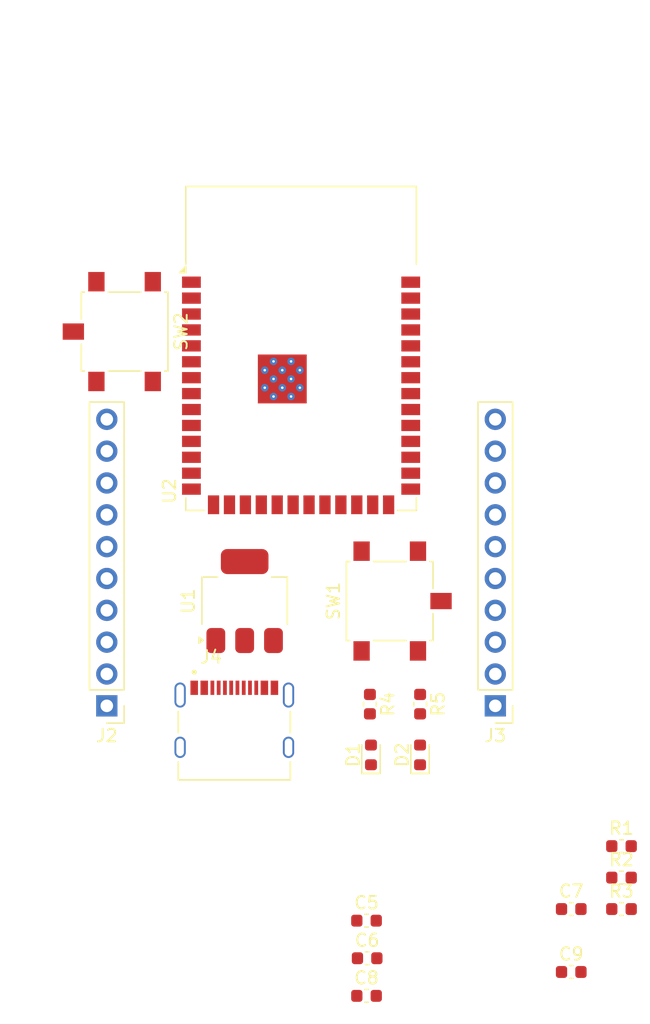
<source format=kicad_pcb>
(kicad_pcb (version 20241229) (generator "pcbnew") (generator_version "9.0")
  (layers (0 "F.Cu" signal) (2 "B.Cu" signal) (13 "F.Paste" user) (15 "B.Paste" user) (5 "F.SilkS" user "F.Silkscreen") (7 "B.SilkS" user "B.Silkscreen") (1 "F.Mask" user) (3 "B.Mask" user) (25 "Edge.Cuts" user))
  (net 0 "")
  (net 1 "+3V3")
  (net 2 "GND")
  (net 3 "EN")
  (net 4 "+5V")
  (net 5 "Net-(D1-A)")
  (net 6 "Net-(D2-A)")
  (net 7 "LT")
  (net 8 "A")
  (net 9 "Y")
  (net 10 "B")
  (net 11 "Start")
  (net 12 "CY")
  (net 13 "RT")
  (net 14 "X")
  (net 15 "DR")
  (net 16 "CX")
  (net 17 "DD")
  (net 18 "Z1")
  (net 19 "SY")
  (net 20 "DL")
  (net 21 "DU")
  (net 22 "Select")
  (net 23 "SX")
  (net 24 "D+")
  (net 25 "D-")
  (net 27 "Net-(J4-CC2)")
  (net 28 "Net-(J4-CC1)")
  (net 30 "GPIO_0")
  (footprint "Button_Switch_SMD:SW_SPST_B3S-1100" (layer "F.Cu") (at 131 76.5 90)
    (property "Reference" "SW1" (at 0 -5.42 90) (layer "F.SilkS"))
    (property "Value" "SW_Push")
    (fp_line (start 3.15 -4.38) (end 3.15 -4.12) (stroke (width 0.12)) (layer "F.SilkS"))
    (fp_line (start -3.15 -4.38) (end 3.15 -4.38) (stroke (width 0.12)) (layer "F.SilkS"))
    (fp_line (start -3.15 -4.12) (end -3.15 -4.38) (stroke (width 0.12)) (layer "F.SilkS"))
    (fp_line (start 3.15 -2.22) (end 3.15 0.38) (stroke (width 0.12)) (layer "F.SilkS"))
    (fp_line (start -3.15 0.38) (end -3.15 -2.22) (stroke (width 0.12)) (layer "F.SilkS"))
    (fp_line (start 3.15 2.28) (end 3.15 2.53) (stroke (width 0.12)) (layer "F.SilkS"))
    (fp_line (start 3.15 2.53) (end 1 2.53) (stroke (width 0.12)) (layer "F.SilkS"))
    (fp_line (start -3.15 2.53) (end -3.15 2.28) (stroke (width 0.12)) (layer "F.SilkS"))
    (fp_line (start -3.15 2.53) (end -1 2.53) (stroke (width 0.12)) (layer "F.SilkS"))
    (pad "1" smd rect (at -3.98 -3.17 90) (size 1.55 1.3) (layers "F.Cu" "F.Mask" "F.Paste") (net 2 "GND"))
    (pad "1" smd rect (at 3.98 -3.17 90) (size 1.55 1.3) (layers "F.Cu" "F.Mask" "F.Paste") (net 2 "GND"))
    (pad "2" smd rect (at -3.98 1.33 90) (size 1.55 1.3) (layers "F.Cu" "F.Mask" "F.Paste") (net 30 "GPIO_0"))
    (pad "2" smd rect (at 3.98 1.33 90) (size 1.55 1.3) (layers "F.Cu" "F.Mask" "F.Paste") (net 30 "GPIO_0"))
    (pad "3" smd rect (at 0 3.17 90) (size 1.3 1.7) (layers "F.Cu" "F.Mask" "F.Paste"))
  )
  (footprint "Capacitor_SMD:C_0603_1608Metric" (layer "F.Cu") (at 148.57 96.055)
    (property "Reference" "R1" (at 0 -1.43 0) (layer "F.SilkS"))
    (property "Value" "5.1kΩ")
    (fp_line (start -0.14058 -0.51) (end 0.14058 -0.51) (stroke (width 0.12)) (layer "F.SilkS"))
    (fp_line (start -0.14058 0.51) (end 0.14058 0.51) (stroke (width 0.12)) (layer "F.SilkS"))
    (pad "1" smd roundrect (at -0.775 0) (size 0.9 0.95) (layers "F.Cu" "F.Mask" "F.Paste") (net 1 "+3V3"))
    (pad "2" smd roundrect (at 0.775 0) (size 0.9 0.95) (layers "F.Cu" "F.Mask" "F.Paste") (net 3 "EN"))
  )
  (footprint "Package_TO_SOT_SMD:SOT-223-3_TabPin2" (layer "F.Cu") (at 118.5 76.5 90)
    (property "Reference" "U1" (at 0 -4.5 90) (layer "F.SilkS"))
    (property "Value" "LD1117S33TR_SOT223")
    (fp_line (start 1.91 -3.41) (end 1.91 -2.15) (stroke (width 0.12)) (layer "F.SilkS"))
    (fp_line (start -1.85 -3.41) (end 1.91 -3.41) (stroke (width 0.12)) (layer "F.SilkS"))
    (fp_line (start 1.91 3.41) (end 1.91 2.15) (stroke (width 0.12)) (layer "F.SilkS"))
    (fp_line (start -1.85 3.41) (end 1.91 3.41) (stroke (width 0.12)) (layer "F.SilkS"))
    (fp_poly (pts (xy -3.13 -3.31) (xy -3.37 -3.64) (xy -2.89 -3.64) (xy -3.13 -3.31)) (stroke (width 0.12)) (fill yes) (layer "F.SilkS"))
    (pad "1" smd roundrect (at -3.15 -2.3 90) (size 2 1.5) (layers "F.Cu" "F.Mask" "F.Paste") (net 2 "GND"))
    (pad "2" smd roundrect (at -3.15 0 90) (size 2 1.5) (layers "F.Cu" "F.Mask" "F.Paste") (net 1 "+3V3"))
    (pad "2" smd roundrect (at 3.15 0 90) (size 2 3.8) (layers "F.Cu" "F.Mask" "F.Paste") (net 1 "+3V3"))
    (pad "3" smd roundrect (at -3.15 2.3 90) (size 2 1.5) (layers "F.Cu" "F.Mask" "F.Paste") (net 4 "+5V"))
  )
  (footprint "Button_Switch_SMD:SW_SPST_B3S-1100" (layer "F.Cu") (at 108 55 -90)
    (property "Reference" "SW2" (at 0 -5.42 90) (layer "F.SilkS"))
    (property "Value" "SW_Push")
    (fp_line (start -3.15 2.53) (end -1 2.53) (stroke (width 0.12)) (layer "F.SilkS"))
    (fp_line (start -3.15 2.53) (end -3.15 2.28) (stroke (width 0.12)) (layer "F.SilkS"))
    (fp_line (start 3.15 2.53) (end 1 2.53) (stroke (width 0.12)) (layer "F.SilkS"))
    (fp_line (start 3.15 2.28) (end 3.15 2.53) (stroke (width 0.12)) (layer "F.SilkS"))
    (fp_line (start -3.15 0.38) (end -3.15 -2.22) (stroke (width 0.12)) (layer "F.SilkS"))
    (fp_line (start 3.15 -2.22) (end 3.15 0.38) (stroke (width 0.12)) (layer "F.SilkS"))
    (fp_line (start -3.15 -4.12) (end -3.15 -4.38) (stroke (width 0.12)) (layer "F.SilkS"))
    (fp_line (start -3.15 -4.38) (end 3.15 -4.38) (stroke (width 0.12)) (layer "F.SilkS"))
    (fp_line (start 3.15 -4.38) (end 3.15 -4.12) (stroke (width 0.12)) (layer "F.SilkS"))
    (pad "1" smd rect (at -3.98 -3.17 270) (size 1.55 1.3) (layers "F.Cu" "F.Mask" "F.Paste") (net 3 "EN"))
    (pad "1" smd rect (at 3.98 -3.17 270) (size 1.55 1.3) (layers "F.Cu" "F.Mask" "F.Paste") (net 3 "EN"))
    (pad "2" smd rect (at -3.98 1.33 270) (size 1.55 1.3) (layers "F.Cu" "F.Mask" "F.Paste") (net 2 "GND"))
    (pad "2" smd rect (at 3.98 1.33 270) (size 1.55 1.3) (layers "F.Cu" "F.Mask" "F.Paste") (net 2 "GND"))
    (pad "3" smd rect (at 0 3.17 270) (size 1.3 1.7) (layers "F.Cu" "F.Mask" "F.Paste"))
  )
  (footprint "LED_SMD:LED_0603_1608Metric" (layer "F.Cu") (at 132.495 88.775 90)
    (property "Reference" "D2" (at 0 -1.43 90) (layer "F.SilkS"))
    (property "Value" "LED")
    (fp_line (start 0.8 -0.735) (end -1.485 -0.735) (stroke (width 0.12)) (layer "F.SilkS"))
    (fp_line (start -1.485 -0.735) (end -1.485 0.735) (stroke (width 0.12)) (layer "F.SilkS"))
    (fp_line (start -1.485 0.735) (end 0.8 0.735) (stroke (width 0.12)) (layer "F.SilkS"))
    (pad "1" smd roundrect (at -0.7875 0 90) (size 0.875 0.95) (layers "F.Cu" "F.Mask" "F.Paste") (net 2 "GND"))
    (pad "2" smd roundrect (at 0.7875 0 90) (size 0.875 0.95) (layers "F.Cu" "F.Mask" "F.Paste") (net 6 "Net-(D2-A)"))
  )
  (footprint "Type_C:Updated_TYPE-C-31-M-12" (layer "F.Cu") (at 117.675 88.17)
    (property "Reference" "J4" (at -1.85 -7.205 0) (layer "F.SilkS"))
    (property "Value" "TYPE-C-31-M-12")
    (fp_line (start -4.47 -2.85) (end -4.47 -1.17) (stroke (width 0.127)) (layer "F.SilkS"))
    (fp_line (start -4.47 2.6) (end -4.47 1.17) (stroke (width 0.127)) (layer "F.SilkS"))
    (fp_line (start -4.47 2.6) (end 4.47 2.6) (stroke (width 0.127)) (layer "F.SilkS"))
    (fp_line (start 4.47 -2.85) (end 4.47 -1.17) (stroke (width 0.127)) (layer "F.SilkS"))
    (fp_line (start 4.47 2.6) (end 4.47 1.17) (stroke (width 0.127)) (layer "F.SilkS"))
    (fp_circle (center -3.2 -6) (end -3.1 -6) (stroke (width 0.2)) (fill no) (layer "F.SilkS"))
    (pad "" np_thru_hole circle (at -2.89 -3.68) (size 0.6 0.6) (drill 0.6) (layers "*.Cu" "*.Mask"))
    (pad "" np_thru_hole circle (at 2.89 -3.68) (size 0.6 0.6) (drill 0.6) (layers "*.Cu" "*.Mask"))
    (pad "A1_B12" smd rect (at -3.2 -4.75) (size 0.6 1.14) (layers "F.Cu" "F.Paste") (net 2 "GND"))
    (pad "A4_B9" smd rect (at -2.4 -4.75) (size 0.6 1.14) (layers "F.Cu" "F.Paste") (net 4 "+5V"))
    (pad "A5" smd rect (at -1.25 -4.75) (size 0.3 1.14) (layers "F.Cu" "F.Paste") (net 28 "Net-(J4-CC1)"))
    (pad "A6" smd rect (at -0.25 -4.75) (size 0.3 1.14) (layers "F.Cu" "F.Paste") (net 24 "D+"))
    (pad "A7" smd rect (at 0.25 -4.75) (size 0.3 1.14) (layers "F.Cu" "F.Paste") (net 25 "D-"))
    (pad "A8" smd rect (at 1.25 -4.75) (size 0.3 1.14) (layers "F.Cu" "F.Paste"))
    (pad "B1_A12" smd rect (at 3.2 -4.75) (size 0.6 1.14) (layers "F.Cu" "F.Paste") (net 2 "GND"))
    (pad "B4_A9" smd rect (at 2.4 -4.75) (size 0.6 1.14) (layers "F.Cu" "F.Paste") (net 4 "+5V"))
    (pad "B5" smd rect (at 1.75 -4.75) (size 0.3 1.14) (layers "F.Cu" "F.Paste") (net 27 "Net-(J4-CC2)"))
    (pad "B6" smd rect (at 0.75 -4.75) (size 0.3 1.14) (layers "F.Cu" "F.Paste") (net 24 "D+"))
    (pad "B7" smd rect (at -0.75 -4.75) (size 0.3 1.14) (layers "F.Cu" "F.Paste") (net 25 "D-"))
    (pad "B8" smd rect (at -1.75 -4.75) (size 0.3 1.14) (layers "F.Cu" "F.Paste"))
    (pad "S1" thru_hole oval (at -4.325 -4.17) (size 0.9 2) (drill oval 0.6 1.7) (layers "*.Cu" "*.Mask") (net 2 "GND"))
    (pad "S2" thru_hole oval (at 4.325 -4.17) (size 0.9 2) (drill oval 0.6 1.7) (layers "*.Cu" "*.Mask") (net 2 "GND"))
    (pad "S3" thru_hole oval (at -4.325 0) (size 0.9 1.7) (drill oval 0.6 1.4) (layers "*.Cu" "*.Mask") (net 2 "GND"))
    (pad "S4" thru_hole oval (at 4.325 0) (size 0.9 1.7) (drill oval 0.6 1.4) (layers "*.Cu" "*.Mask") (net 2 "GND"))
  )
  (footprint "Connector_PinHeader_2.54mm:PinHeader_1x10_P2.54mm_Vertical" (layer "F.Cu") (at 107.5 84.86 180)
    (property "Reference" "J2" (at 0 -2.38 0) (layer "F.SilkS"))
    (property "Value" "Conn_01x10_Pin")
    (fp_line (start 1.38 1.27) (end 1.38 24.24) (stroke (width 0.12)) (layer "F.SilkS"))
    (fp_line (start -1.38 24.24) (end 1.38 24.24) (stroke (width 0.12)) (layer "F.SilkS"))
    (fp_line (start -1.38 1.27) (end 1.38 1.27) (stroke (width 0.12)) (layer "F.SilkS"))
    (fp_line (start -1.38 1.27) (end -1.38 24.24) (stroke (width 0.12)) (layer "F.SilkS"))
    (fp_line (start -1.38 0) (end -1.38 -1.38) (stroke (width 0.12)) (layer "F.SilkS"))
    (fp_line (start -1.38 -1.38) (end 0 -1.38) (stroke (width 0.12)) (layer "F.SilkS"))
    (pad "1" thru_hole rect (at 0 0 180) (size 1.7 1.7) (drill 1) (layers "*.Cu" "*.Mask") (net 11 "Start"))
    (pad "2" thru_hole circle (at 0 2.54 180) (size 1.7 1.7) (drill 1) (layers "*.Cu" "*.Mask") (net 7 "LT"))
    (pad "3" thru_hole circle (at 0 5.08 180) (size 1.7 1.7) (drill 1) (layers "*.Cu" "*.Mask") (net 12 "CY"))
    (pad "4" thru_hole circle (at 0 7.62 180) (size 1.7 1.7) (drill 1) (layers "*.Cu" "*.Mask") (net 13 "RT"))
    (pad "5" thru_hole circle (at 0 10.16 180) (size 1.7 1.7) (drill 1) (layers "*.Cu" "*.Mask") (net 9 "Y"))
    (pad "6" thru_hole circle (at 0 12.7 180) (size 1.7 1.7) (drill 1) (layers "*.Cu" "*.Mask") (net 14 "X"))
    (pad "7" thru_hole circle (at 0 15.24 180) (size 1.7 1.7) (drill 1) (layers "*.Cu" "*.Mask") (net 10 "B"))
    (pad "8" thru_hole circle (at 0 17.78 180) (size 1.7 1.7) (drill 1) (layers "*.Cu" "*.Mask") (net 8 "A"))
    (pad "9" thru_hole circle (at 0 20.32 180) (size 1.7 1.7) (drill 1) (layers "*.Cu" "*.Mask") (net 1 "+3V3"))
    (pad "10" thru_hole circle (at 0 22.86 180) (size 1.7 1.7) (drill 1) (layers "*.Cu" "*.Mask") (net 2 "GND"))
  )
  (footprint "Capacitor_SMD:C_0603_1608Metric" (layer "F.Cu") (at 128.275 105)
    (property "Reference" "C6" (at 0 -1.43 0) (layer "F.SilkS"))
    (property "Value" "22u")
    (fp_line (start -0.14058 -0.51) (end 0.14058 -0.51) (stroke (width 0.12)) (layer "F.SilkS"))
    (fp_line (start -0.14058 0.51) (end 0.14058 0.51) (stroke (width 0.12)) (layer "F.SilkS"))
    (pad "1" smd roundrect (at -0.775 0) (size 0.9 0.95) (layers "F.Cu" "F.Mask" "F.Paste") (net 1 "+3V3"))
    (pad "2" smd roundrect (at 0.775 0) (size 0.9 0.95) (layers "F.Cu" "F.Mask" "F.Paste") (net 2 "GND"))
  )
  (footprint "Capacitor_SMD:C_0603_1608Metric" (layer "F.Cu") (at 128.495 84.725 -90)
    (property "Reference" "R4" (at 0 -1.43 90) (layer "F.SilkS"))
    (property "Value" "5.1kΩ")
    (fp_line (start -0.14058 0.51) (end 0.14058 0.51) (stroke (width 0.12)) (layer "F.SilkS"))
    (fp_line (start -0.14058 -0.51) (end 0.14058 -0.51) (stroke (width 0.12)) (layer "F.SilkS"))
    (pad "1" smd roundrect (at -0.775 0 270) (size 0.9 0.95) (layers "F.Cu" "F.Mask" "F.Paste") (net 4 "+5V"))
    (pad "2" smd roundrect (at 0.775 0 270) (size 0.9 0.95) (layers "F.Cu" "F.Mask" "F.Paste") (net 5 "Net-(D1-A)"))
  )
  (footprint "Capacitor_SMD:C_0603_1608Metric" (layer "F.Cu") (at 144.56 106.095)
    (property "Reference" "C9" (at 0 -1.43 0) (layer "F.SilkS"))
    (property "Value" "100n")
    (fp_line (start -0.14058 -0.51) (end 0.14058 -0.51) (stroke (width 0.12)) (layer "F.SilkS"))
    (fp_line (start -0.14058 0.51) (end 0.14058 0.51) (stroke (width 0.12)) (layer "F.SilkS"))
    (pad "1" smd roundrect (at -0.775 0) (size 0.9 0.95) (layers "F.Cu" "F.Mask" "F.Paste") (net 4 "+5V"))
    (pad "2" smd roundrect (at 0.775 0) (size 0.9 0.95) (layers "F.Cu" "F.Mask" "F.Paste") (net 2 "GND"))
  )
  (footprint "Capacitor_SMD:C_0603_1608Metric" (layer "F.Cu") (at 144.56 101.075)
    (property "Reference" "C7" (at 0 -1.43 0) (layer "F.SilkS"))
    (property "Value" "1uF")
    (fp_line (start -0.14058 -0.51) (end 0.14058 -0.51) (stroke (width 0.12)) (layer "F.SilkS"))
    (fp_line (start -0.14058 0.51) (end 0.14058 0.51) (stroke (width 0.12)) (layer "F.SilkS"))
    (pad "1" smd roundrect (at -0.775 0) (size 0.9 0.95) (layers "F.Cu" "F.Mask" "F.Paste") (net 2 "GND"))
    (pad "2" smd roundrect (at 0.775 0) (size 0.9 0.95) (layers "F.Cu" "F.Mask" "F.Paste") (net 3 "EN"))
  )
  (footprint "Connector_PinHeader_2.54mm:PinHeader_1x10_P2.54mm_Vertical" (layer "F.Cu") (at 138.5 84.86 180)
    (property "Reference" "J3" (at 0 -2.38 0) (layer "F.SilkS"))
    (property "Value" "Conn_01x10_Pin")
    (fp_line (start 1.38 1.27) (end 1.38 24.24) (stroke (width 0.12)) (layer "F.SilkS"))
    (fp_line (start -1.38 24.24) (end 1.38 24.24) (stroke (width 0.12)) (layer "F.SilkS"))
    (fp_line (start -1.38 1.27) (end 1.38 1.27) (stroke (width 0.12)) (layer "F.SilkS"))
    (fp_line (start -1.38 1.27) (end -1.38 24.24) (stroke (width 0.12)) (layer "F.SilkS"))
    (fp_line (start -1.38 0) (end -1.38 -1.38) (stroke (width 0.12)) (layer "F.SilkS"))
    (fp_line (start -1.38 -1.38) (end 0 -1.38) (stroke (width 0.12)) (layer "F.SilkS"))
    (pad "1" thru_hole rect (at 0 0 180) (size 1.7 1.7) (drill 1) (layers "*.Cu" "*.Mask") (net 18 "Z1"))
    (pad "2" thru_hole circle (at 0 2.54 180) (size 1.7 1.7) (drill 1) (layers "*.Cu" "*.Mask") (net 23 "SX"))
    (pad "3" thru_hole circle (at 0 5.08 180) (size 1.7 1.7) (drill 1) (layers "*.Cu" "*.Mask") (net 19 "SY"))
    (pad "4" thru_hole circle (at 0 7.62 180) (size 1.7 1.7) (drill 1) (layers "*.Cu" "*.Mask") (net 15 "DR"))
    (pad "5" thru_hole circle (at 0 10.16 180) (size 1.7 1.7) (drill 1) (layers "*.Cu" "*.Mask") (net 22 "Select"))
    (pad "6" thru_hole circle (at 0 12.7 180) (size 1.7 1.7) (drill 1) (layers "*.Cu" "*.Mask") (net 20 "DL"))
    (pad "7" thru_hole circle (at 0 15.24 180) (size 1.7 1.7) (drill 1) (layers "*.Cu" "*.Mask") (net 17 "DD"))
    (pad "8" thru_hole circle (at 0 17.78 180) (size 1.7 1.7) (drill 1) (layers "*.Cu" "*.Mask") (net 21 "DU"))
    (pad "9" thru_hole circle (at 0 20.32 180) (size 1.7 1.7) (drill 1) (layers "*.Cu" "*.Mask") (net 16 "CX"))
    (pad "10" thru_hole circle (at 0 22.86 180) (size 1.7 1.7) (drill 1) (layers "*.Cu" "*.Mask") (net 12 "CY"))
  )
  (footprint "Capacitor_SMD:C_0603_1608Metric" (layer "F.Cu") (at 148.57 98.565)
    (property "Reference" "R2" (at 0 -1.43 0) (layer "F.SilkS"))
    (property "Value" "5.1kΩ")
    (fp_line (start -0.14058 -0.51) (end 0.14058 -0.51) (stroke (width 0.12)) (layer "F.SilkS"))
    (fp_line (start -0.14058 0.51) (end 0.14058 0.51) (stroke (width 0.12)) (layer "F.SilkS"))
    (pad "1" smd roundrect (at -0.775 0) (size 0.9 0.95) (layers "F.Cu" "F.Mask" "F.Paste") (net 27 "Net-(J4-CC2)"))
    (pad "2" smd roundrect (at 0.775 0) (size 0.9 0.95) (layers "F.Cu" "F.Mask" "F.Paste") (net 2 "GND"))
  )
  (footprint "Capacitor_SMD:C_0603_1608Metric" (layer "F.Cu") (at 132.5 84.725 -90)
    (property "Reference" "R5" (at 0 -1.43 90) (layer "F.SilkS"))
    (property "Value" "5.1kΩ")
    (fp_line (start -0.14058 0.51) (end 0.14058 0.51) (stroke (width 0.12)) (layer "F.SilkS"))
    (fp_line (start -0.14058 -0.51) (end 0.14058 -0.51) (stroke (width 0.12)) (layer "F.SilkS"))
    (pad "1" smd roundrect (at -0.775 0 270) (size 0.9 0.95) (layers "F.Cu" "F.Mask" "F.Paste") (net 1 "+3V3"))
    (pad "2" smd roundrect (at 0.775 0 270) (size 0.9 0.95) (layers "F.Cu" "F.Mask" "F.Paste") (net 6 "Net-(D2-A)"))
  )
  (footprint "LED_SMD:LED_0603_1608Metric" (layer "F.Cu") (at 128.58 88.775 90)
    (property "Reference" "D1" (at 0 -1.43 90) (layer "F.SilkS"))
    (property "Value" "LED")
    (fp_line (start 0.8 -0.735) (end -1.485 -0.735) (stroke (width 0.12)) (layer "F.SilkS"))
    (fp_line (start -1.485 -0.735) (end -1.485 0.735) (stroke (width 0.12)) (layer "F.SilkS"))
    (fp_line (start -1.485 0.735) (end 0.8 0.735) (stroke (width 0.12)) (layer "F.SilkS"))
    (pad "1" smd roundrect (at -0.7875 0 90) (size 0.875 0.95) (layers "F.Cu" "F.Mask" "F.Paste") (net 2 "GND"))
    (pad "2" smd roundrect (at 0.7875 0 90) (size 0.875 0.95) (layers "F.Cu" "F.Mask" "F.Paste") (net 5 "Net-(D1-A)"))
  )
  (footprint "Capacitor_SMD:C_0603_1608Metric" (layer "F.Cu") (at 128.225 108)
    (property "Reference" "C8" (at 0 -1.43 0) (layer "F.SilkS"))
    (property "Value" "100n")
    (fp_line (start -0.14058 -0.51) (end 0.14058 -0.51) (stroke (width 0.12)) (layer "F.SilkS"))
    (fp_line (start -0.14058 0.51) (end 0.14058 0.51) (stroke (width 0.12)) (layer "F.SilkS"))
    (pad "1" smd roundrect (at -0.775 0) (size 0.9 0.95) (layers "F.Cu" "F.Mask" "F.Paste") (net 1 "+3V3"))
    (pad "2" smd roundrect (at 0.775 0) (size 0.9 0.95) (layers "F.Cu" "F.Mask" "F.Paste") (net 2 "GND"))
  )
  (footprint "Capacitor_SMD:C_0603_1608Metric" (layer "F.Cu") (at 148.57 101.075)
    (property "Reference" "R3" (at 0 -1.43 0) (layer "F.SilkS"))
    (property "Value" "5.1kΩ")
    (fp_line (start -0.14058 -0.51) (end 0.14058 -0.51) (stroke (width 0.12)) (layer "F.SilkS"))
    (fp_line (start -0.14058 0.51) (end 0.14058 0.51) (stroke (width 0.12)) (layer "F.SilkS"))
    (pad "1" smd roundrect (at -0.775 0) (size 0.9 0.95) (layers "F.Cu" "F.Mask" "F.Paste") (net 2 "GND"))
    (pad "2" smd roundrect (at 0.775 0) (size 0.9 0.95) (layers "F.Cu" "F.Mask" "F.Paste") (net 28 "Net-(J4-CC1)"))
  )
  (footprint "RF_Module:ESP32-S3-WROOM-1" (layer "F.Cu") (at 123.0025 56.32)
    (property "Reference" "U2" (at -10.5 11.4 90) (layer "F.SilkS"))
    (property "Value" "ESP32-S3-WROOM-1")
    (fp_line (start -9.2 -12.9) (end -9.2 -6.7) (stroke (width 0.12)) (layer "F.SilkS"))
    (fp_line (start -9.2 -12.9) (end 9.2 -12.9) (stroke (width 0.12)) (layer "F.SilkS"))
    (fp_line (start -9.2 11.95) (end -9.2 12.95) (stroke (width 0.12)) (layer "F.SilkS"))
    (fp_line (start -9.2 12.95) (end -7.7 12.95) (stroke (width 0.12)) (layer "F.SilkS"))
    (fp_line (start 9.2 -12.9) (end 9.2 -6.7) (stroke (width 0.12)) (layer "F.SilkS"))
    (fp_line (start 9.2 12.95) (end 7.7 12.95) (stroke (width 0.12)) (layer "F.SilkS"))
    (fp_line (start 9.2 12.95) (end 9.2 11.95) (stroke (width 0.12)) (layer "F.SilkS"))
    (fp_poly (pts (xy -9.2 -6.025) (xy -9.7 -6.025) (xy -9.2 -6.525) (xy -9.2 -6.025)) (stroke (width 0.12)) (fill yes) (layer "F.SilkS"))
    (pad "1" smd rect (at -8.75 -5.26) (size 1.5 0.9) (layers "F.Cu" "F.Mask" "F.Paste") (net 2 "GND"))
    (pad "2" smd rect (at -8.75 -3.99) (size 1.5 0.9) (layers "F.Cu" "F.Mask" "F.Paste") (net 1 "+3V3"))
    (pad "3" smd rect (at -8.75 -2.72) (size 1.5 0.9) (layers "F.Cu" "F.Mask" "F.Paste") (net 3 "EN"))
    (pad "4" smd rect (at -8.75 -1.45) (size 1.5 0.9) (layers "F.Cu" "F.Mask" "F.Paste") (net 8 "A"))
    (pad "5" smd rect (at -8.75 -0.18) (size 1.5 0.9) (layers "F.Cu" "F.Mask" "F.Paste") (net 10 "B"))
    (pad "6" smd rect (at -8.75 1.09) (size 1.5 0.9) (layers "F.Cu" "F.Mask" "F.Paste") (net 14 "X"))
    (pad "7" smd rect (at -8.75 2.36) (size 1.5 0.9) (layers "F.Cu" "F.Mask" "F.Paste") (net 9 "Y"))
    (pad "8" smd rect (at -8.75 3.63) (size 1.5 0.9) (layers "F.Cu" "F.Mask" "F.Paste"))
    (pad "9" smd rect (at -8.75 4.9) (size 1.5 0.9) (layers "F.Cu" "F.Mask" "F.Paste"))
    (pad "10" smd rect (at -8.75 6.17) (size 1.5 0.9) (layers "F.Cu" "F.Mask" "F.Paste") (net 13 "RT"))
    (pad "11" smd rect (at -8.75 7.44) (size 1.5 0.9) (layers "F.Cu" "F.Mask" "F.Paste") (net 12 "CY"))
    (pad "12" smd rect (at -8.75 8.71) (size 1.5 0.9) (layers "F.Cu" "F.Mask" "F.Paste") (net 7 "LT"))
    (pad "13" smd rect (at -8.75 9.98) (size 1.5 0.9) (layers "F.Cu" "F.Mask" "F.Paste") (net 25 "D-"))
    (pad "14" smd rect (at -8.75 11.25 180) (size 1.5 0.9) (layers "F.Cu" "F.Mask" "F.Paste") (net 24 "D+"))
    (pad "15" smd rect (at -6.985 12.5 270) (size 1.5 0.9) (layers "F.Cu" "F.Mask" "F.Paste"))
    (pad "16" smd rect (at -5.715 12.5 270) (size 1.5 0.9) (layers "F.Cu" "F.Mask" "F.Paste") (net 11 "Start"))
    (pad "17" smd rect (at -4.445 12.5 270) (size 1.5 0.9) (layers "F.Cu" "F.Mask" "F.Paste"))
    (pad "18" smd rect (at -3.175 12.5 270) (size 1.5 0.9) (layers "F.Cu" "F.Mask" "F.Paste"))
    (pad "19" smd rect (at -1.905 12.5 270) (size 1.5 0.9) (layers "F.Cu" "F.Mask" "F.Paste") (net 18 "Z1"))
    (pad "20" smd rect (at -0.635 12.5 270) (size 1.5 0.9) (layers "F.Cu" "F.Mask" "F.Paste"))
    (pad "21" smd rect (at 0.635 12.5 270) (size 1.5 0.9) (layers "F.Cu" "F.Mask" "F.Paste") (net 23 "SX"))
    (pad "22" smd rect (at 1.905 12.5 270) (size 1.5 0.9) (layers "F.Cu" "F.Mask" "F.Paste") (net 19 "SY"))
    (pad "23" smd rect (at 3.175 12.5 270) (size 1.5 0.9) (layers "F.Cu" "F.Mask" "F.Paste") (net 15 "DR"))
    (pad "24" smd rect (at 4.445 12.5 270) (size 1.5 0.9) (layers "F.Cu" "F.Mask" "F.Paste"))
    (pad "25" smd rect (at 5.715 12.5 270) (size 1.5 0.9) (layers "F.Cu" "F.Mask" "F.Paste"))
    (pad "26" smd rect (at 6.985 12.5 270) (size 1.5 0.9) (layers "F.Cu" "F.Mask" "F.Paste") (net 22 "Select"))
    (pad "27" smd rect (at 8.75 11.25) (size 1.5 0.9) (layers "F.Cu" "F.Mask" "F.Paste") (net 30 "GPIO_0"))
    (pad "28" smd rect (at 8.75 9.98) (size 1.5 0.9) (layers "F.Cu" "F.Mask" "F.Paste"))
    (pad "29" smd rect (at 8.75 8.71) (size 1.5 0.9) (layers "F.Cu" "F.Mask" "F.Paste"))
    (pad "30" smd rect (at 8.75 7.44) (size 1.5 0.9) (layers "F.Cu" "F.Mask" "F.Paste"))
    (pad "31" smd rect (at 8.75 6.17) (size 1.5 0.9) (layers "F.Cu" "F.Mask" "F.Paste") (net 20 "DL"))
    (pad "32" smd rect (at 8.75 4.9) (size 1.5 0.9) (layers "F.Cu" "F.Mask" "F.Paste") (net 17 "DD"))
    (pad "33" smd rect (at 8.75 3.63) (size 1.5 0.9) (layers "F.Cu" "F.Mask" "F.Paste") (net 21 "DU"))
    (pad "34" smd rect (at 8.75 2.36) (size 1.5 0.9) (layers "F.Cu" "F.Mask" "F.Paste") (net 16 "CX"))
    (pad "35" smd rect (at 8.75 1.09) (size 1.5 0.9) (layers "F.Cu" "F.Mask" "F.Paste") (net 12 "CY"))
    (pad "36" smd rect (at 8.75 -0.18) (size 1.5 0.9) (layers "F.Cu" "F.Mask" "F.Paste"))
    (pad "37" smd rect (at 8.75 -1.45) (size 1.5 0.9) (layers "F.Cu" "F.Mask" "F.Paste"))
    (pad "38" smd rect (at 8.75 -2.72) (size 1.5 0.9) (layers "F.Cu" "F.Mask" "F.Paste"))
    (pad "39" smd rect (at 8.75 -3.99) (size 1.5 0.9) (layers "F.Cu" "F.Mask" "F.Paste"))
    (pad "40" smd rect (at 8.75 -5.26) (size 1.5 0.9) (layers "F.Cu" "F.Mask" "F.Paste") (net 2 "GND"))
    (pad "41" thru_hole circle (at -2.9 1.76 90) (size 0.6 0.6) (drill 0.2) (property pad_prop_heatsink) (layers "*.Cu" "F.Mask") (net 2 "GND"))
    (pad "41" thru_hole circle (at -2.9 3.16) (size 0.6 0.6) (drill 0.2) (property pad_prop_heatsink) (layers "*.Cu" "F.Mask") (net 2 "GND"))
    (pad "41" thru_hole circle (at -2.2 1.06) (size 0.6 0.6) (drill 0.2) (property pad_prop_heatsink) (layers "*.Cu" "F.Mask") (net 2 "GND"))
    (pad "41" thru_hole circle (at -2.2 2.46) (size 0.6 0.6) (drill 0.2) (property pad_prop_heatsink) (layers "*.Cu" "F.Mask") (net 2 "GND"))
    (pad "41" thru_hole circle (at -2.2 3.86) (size 0.6 0.6) (drill 0.2) (property pad_prop_heatsink) (layers "*.Cu" "F.Mask") (net 2 "GND"))
    (pad "41" thru_hole circle (at -1.5 1.76) (size 0.6 0.6) (drill 0.2) (property pad_prop_heatsink) (layers "*.Cu" "F.Mask") (net 2 "GND"))
    (pad "41" smd rect (at -1.5 2.46 270) (size 3.9 3.9) (property pad_prop_heatsink) (layers "F.Cu" "F.Mask") (net 2 "GND"))
    (pad "41" thru_hole circle (at -1.5 3.16) (size 0.6 0.6) (drill 0.2) (property pad_prop_heatsink) (layers "*.Cu" "F.Mask") (net 2 "GND"))
    (pad "41" thru_hole circle (at -0.8 1.06) (size 0.6 0.6) (drill 0.2) (property pad_prop_heatsink) (layers "*.Cu" "F.Mask") (net 2 "GND"))
    (pad "41" thru_hole circle (at -0.8 2.46) (size 0.6 0.6) (drill 0.2) (property pad_prop_heatsink) (layers "*.Cu" "F.Mask") (net 2 "GND"))
    (pad "41" thru_hole circle (at -0.8 3.86) (size 0.6 0.6) (drill 0.2) (property pad_prop_heatsink) (layers "*.Cu" "F.Mask") (net 2 "GND"))
    (pad "41" thru_hole circle (at -0.1 1.76) (size 0.6 0.6) (drill 0.2) (property pad_prop_heatsink) (layers "*.Cu" "F.Mask") (net 2 "GND"))
    (pad "41" thru_hole circle (at -0.1 3.16) (size 0.6 0.6) (drill 0.2) (property pad_prop_heatsink) (layers "*.Cu" "F.Mask") (net 2 "GND"))
  )
  (footprint "Capacitor_SMD:C_0603_1608Metric" (layer "F.Cu") (at 128.225 102)
    (property "Reference" "C5" (at 0 -1.43 0) (layer "F.SilkS"))
    (property "Value" "10u")
    (fp_line (start -0.14058 -0.51) (end 0.14058 -0.51) (stroke (width 0.12)) (layer "F.SilkS"))
    (fp_line (start -0.14058 0.51) (end 0.14058 0.51) (stroke (width 0.12)) (layer "F.SilkS"))
    (pad "1" smd roundrect (at -0.775 0) (size 0.9 0.95) (layers "F.Cu" "F.Mask" "F.Paste") (net 1 "+3V3"))
    (pad "2" smd roundrect (at 0.775 0) (size 0.9 0.95) (layers "F.Cu" "F.Mask" "F.Paste") (net 2 "GND"))
  )
)
</source>
